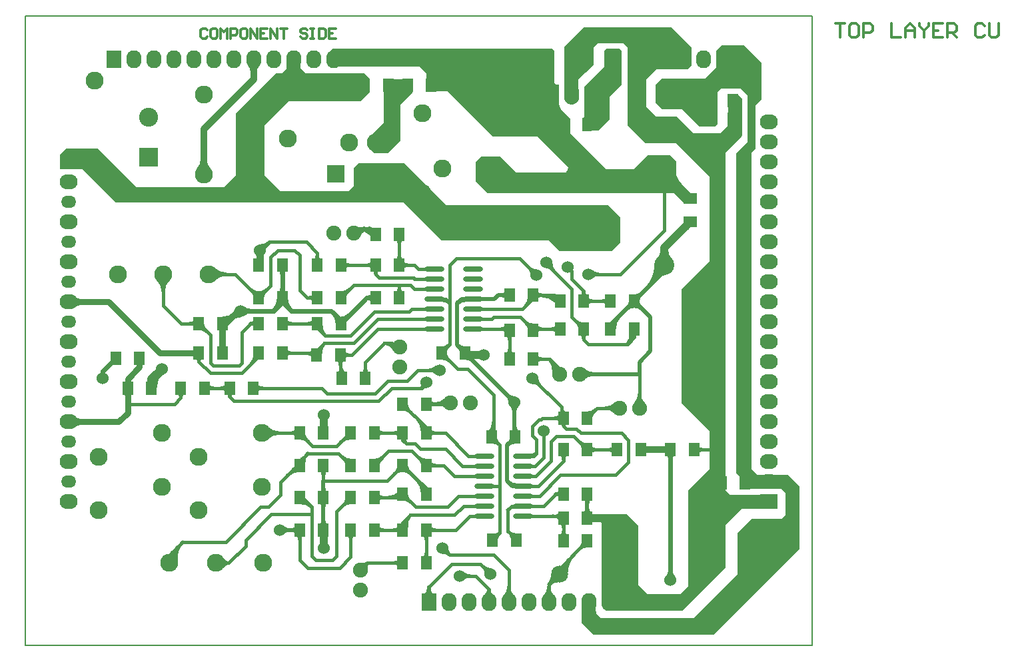
<source format=gtl>
%FSLAX25Y25*%
%MOIN*%
G70*
G01*
G75*
G04 Layer_Physical_Order=1*
G04 Layer_Color=255*
%ADD10C,0.01800*%
%ADD11C,0.04000*%
%ADD12C,0.02000*%
%ADD13C,0.02200*%
%ADD14C,0.02400*%
%ADD15C,0.03200*%
%ADD16C,0.03000*%
%ADD17R,0.05512X0.06693*%
%ADD18O,0.09843X0.02756*%
%ADD19R,0.05118X0.06693*%
%ADD20R,0.06693X0.05512*%
%ADD21C,0.00800*%
%ADD22C,0.01200*%
%ADD23C,0.09000*%
%ADD24O,0.07500X0.09000*%
%ADD25R,0.07500X0.09000*%
%ADD26O,0.09000X0.07500*%
%ADD27O,0.07500X0.06000*%
%ADD28R,0.09000X0.07500*%
%ADD29R,0.09500X0.09500*%
%ADD30C,0.09500*%
%ADD31C,0.10000*%
%ADD32R,0.09000X0.09000*%
%ADD33C,0.07500*%
%ADD34C,0.08500*%
%ADD35R,0.07500X0.10000*%
%ADD36O,0.07500X0.10000*%
%ADD37C,0.06000*%
G36*
X531500Y682500D02*
X532000Y682000D01*
X534000Y680000D01*
X563500D01*
X566000Y677500D01*
Y670500D01*
X561500Y666000D01*
X525500D01*
X513500Y654000D01*
Y629000D01*
X521500Y621000D01*
X555500D01*
X558000Y623500D01*
Y632500D01*
X560500Y635000D01*
X583500D01*
X597000Y621500D01*
X604500Y614000D01*
X685500D01*
X691500Y608000D01*
Y603000D01*
Y595500D01*
X691000Y595000D01*
X687000Y591000D01*
X661000D01*
X655500Y596500D01*
X602000D01*
X596500Y602000D01*
X583000Y615500D01*
X439000D01*
X429500Y625000D01*
X422500Y632000D01*
X415000D01*
X411000Y638000D01*
Y639500D01*
X414000Y642500D01*
X430000D01*
X442000Y630500D01*
X449500Y623000D01*
X493000D01*
X499000Y629000D01*
Y642000D01*
Y660000D01*
X519000Y680000D01*
X522000D01*
X524500Y682500D01*
Y686500D01*
X531500D01*
Y682500D01*
D02*
G37*
G36*
X724000Y696000D02*
X727000Y693000D01*
Y684000D01*
X725000Y682000D01*
X709500D01*
X704500Y677000D01*
Y674000D01*
Y663500D01*
X709500Y658500D01*
X719500D01*
X728000Y650000D01*
X741500D01*
X742500Y651000D01*
X745500Y654000D01*
Y669500D01*
X750500D01*
X752500Y667500D01*
Y649000D01*
X752038Y648538D01*
D01*
X744000Y640500D01*
Y490500D01*
Y471500D01*
X744500Y471000D01*
X746500Y469000D01*
X766000D01*
X766500Y468500D01*
Y462000D01*
X752000D01*
X749000Y459000D01*
X744000Y454000D01*
Y432500D01*
X722500Y411000D01*
X685500D01*
X682000Y414500D01*
Y415000D01*
Y455000D01*
X681500Y455500D01*
X680378D01*
X680047Y455875D01*
X680500Y459500D01*
X694500D01*
X697000Y457000D01*
X700500Y453500D01*
Y424000D01*
X705000Y419500D01*
X721500D01*
X725500Y423500D01*
Y428000D01*
Y471500D01*
X736000Y482000D01*
Y501000D01*
X733500Y503500D01*
X722000Y515000D01*
Y565500D01*
Y572000D01*
X729500Y579500D01*
X736000Y586000D01*
Y599000D01*
Y628500D01*
X719500Y645000D01*
X704000D01*
X702500Y646500D01*
X695000Y654000D01*
Y683500D01*
Y693000D01*
X693000Y695000D01*
X680000D01*
X678000Y693000D01*
Y690000D01*
Y684500D01*
X674000Y680500D01*
X670500Y677000D01*
Y669500D01*
X663500D01*
Y693500D01*
X673000Y703000D01*
X717000D01*
X724000Y696000D01*
D02*
G37*
G36*
X755000Y692500D02*
X762000Y685500D01*
Y671000D01*
Y667000D01*
X759000Y664000D01*
Y651500D01*
Y642500D01*
X757000Y640500D01*
Y482000D01*
X760000Y479000D01*
X775500D01*
X776500Y478000D01*
X781000Y473500D01*
Y466500D01*
Y442000D01*
X748500Y409500D01*
X738000Y399000D01*
X678000D01*
X675000Y402000D01*
X672000Y405000D01*
Y415000D01*
X677829Y415416D01*
X679000Y414326D01*
Y410000D01*
X681500Y407500D01*
X728000D01*
X738000Y417500D01*
X750000Y429500D01*
Y441500D01*
Y450000D01*
X751500Y451500D01*
X757000Y457000D01*
X772000D01*
X774000Y459000D01*
Y470000D01*
X772000Y472000D01*
X756000D01*
X755500Y472500D01*
X751500Y476500D01*
Y478000D01*
X749500Y480000D01*
Y615500D01*
Y640000D01*
X750500Y641000D01*
X755000Y645500D01*
Y664000D01*
Y669000D01*
X754000Y670000D01*
X752461Y671538D01*
Y671646D01*
X752353D01*
X751500Y672500D01*
X742000D01*
X741500Y672000D01*
X740000Y670500D01*
Y665500D01*
Y654500D01*
X739500Y654000D01*
X739000Y653500D01*
X731000D01*
X730000Y654500D01*
X722500Y662000D01*
X712500D01*
X711000Y663500D01*
X709000Y665500D01*
Y673000D01*
Y674500D01*
X711000Y676500D01*
X712000Y677500D01*
X734000D01*
X737500Y681000D01*
X739500Y683000D01*
Y691500D01*
X742000Y694000D01*
X753500D01*
X755000Y692500D01*
D02*
G37*
G36*
X692000Y691500D02*
Y674500D01*
X686000Y668500D01*
Y657000D01*
X681500Y652500D01*
X680500Y651500D01*
X672500D01*
Y657500D01*
X673500Y658500D01*
Y669000D01*
Y673500D01*
X681500Y681500D01*
X683500Y683500D01*
Y687500D01*
Y691500D01*
X684500Y692500D01*
X691000D01*
X692000Y691500D01*
D02*
G37*
G36*
X587500Y674000D02*
Y670500D01*
X581500Y664500D01*
Y646500D01*
X580500Y645500D01*
X575000Y640000D01*
X568500D01*
X566000Y642500D01*
Y643000D01*
X565500Y643500D01*
X565000Y644000D01*
Y645000D01*
X566000Y646000D01*
Y648500D01*
X573000Y655500D01*
Y677000D01*
X584500D01*
X587500Y674000D01*
D02*
G37*
G36*
X658500Y691500D02*
Y686500D01*
Y675500D01*
X660500Y673500D01*
Y663500D01*
X662500Y661500D01*
X666500Y657500D01*
Y650000D01*
X684500Y632000D01*
X698000D01*
X702000Y636000D01*
X705000Y639000D01*
X716500D01*
X719500Y636000D01*
Y626500D01*
X718000Y625000D01*
X724500Y618500D01*
X727500D01*
X728000Y618000D01*
Y615000D01*
X723500D01*
X722700Y615800D01*
D01*
X718500Y620000D01*
X625000D01*
X619000Y626000D01*
Y635500D01*
X621500Y638000D01*
X622000Y638500D01*
X631500D01*
X639500Y630500D01*
X665500D01*
Y633000D01*
X654500Y644000D01*
X650000Y648500D01*
X627500D01*
X617000Y659000D01*
X605000Y671000D01*
X595000D01*
X594500Y671500D01*
Y680000D01*
X593500Y681000D01*
X591000Y683500D01*
X548000D01*
X545000Y686000D01*
Y690000D01*
X545500Y690500D01*
X547500Y692500D01*
X657500D01*
X658500Y691500D01*
D02*
G37*
D10*
X522485Y452985D02*
G03*
X526070Y451500I3585J3585D01*
G01*
D02*
G03*
X522485Y450015I0J-5070D01*
G01*
X599515Y530015D02*
G03*
X595930Y531500I-3585J-3585D01*
G01*
D02*
G03*
X599515Y532985I0J5070D01*
G01*
Y530015D02*
G03*
X595930Y531500I-3585J-3585D01*
G01*
D02*
G03*
X599515Y532985I0J5070D01*
G01*
X649600Y527500D02*
G03*
X651085Y523915I5070J0D01*
G01*
X651085Y523915D02*
G03*
X647500Y525400I-3585J-3585D01*
G01*
X594377Y523404D02*
G03*
X592000Y522500I-182J-3098D01*
G01*
X592000Y522500D02*
G03*
X592520Y524799I-1562J1562D01*
G01*
X594377Y523404D02*
G03*
X592000Y522500I-182J-3098D01*
G01*
X592000Y522500D02*
G03*
X592520Y524799I-1562J1562D01*
G01*
X612485Y429985D02*
G03*
X616070Y428500I3585J3585D01*
G01*
D02*
G03*
X612485Y427015I0J-5070D01*
G01*
X624400Y429500D02*
G03*
X622915Y433085I-5070J0D01*
G01*
X622915Y433085D02*
G03*
X626500Y431600I3585J3585D01*
G01*
X676985Y580985D02*
G03*
X680570Y579500I3585J3585D01*
G01*
D02*
G03*
X676985Y578015I0J-5070D01*
G01*
X604600Y442464D02*
G03*
X606000Y439000I4782J-82D01*
G01*
X606000Y439000D02*
G03*
X602536Y440400I-3382J-3382D01*
G01*
X647400Y579000D02*
G03*
X645915Y582585I-5070J0D01*
G01*
X645915Y582585D02*
G03*
X649500Y581100I3585J3585D01*
G01*
X656600Y585500D02*
G03*
X658792Y580208I7484J0D01*
G01*
X656378Y582622D02*
G03*
X654500Y583400I-1878J-1878D01*
G01*
X511062Y593599D02*
G03*
X516100Y595600I201J6838D01*
G01*
X513878Y593378D02*
G03*
X513100Y591500I1878J-1878D01*
G01*
X512000Y585324D02*
G03*
X509745Y589816I-5601J0D01*
G01*
X512485Y590015D02*
G03*
X510594Y585451I4564J-4564D01*
G01*
Y587409D02*
G03*
X509515Y590015I-3685J0D01*
G01*
X512009Y589658D02*
G03*
X510100Y587227I1890J-3449D01*
G01*
X510100Y587227D02*
G03*
X509424Y590112I-3029J812D01*
G01*
X514546Y502546D02*
G03*
X520691Y500000I6146J6146D01*
G01*
D02*
G03*
X514546Y497454I0J-8691D01*
G01*
X665481Y436575D02*
G03*
X662550Y429500I7075J-7075D01*
G01*
X668553Y439648D02*
G03*
X664350Y429500I10148J-10148D01*
G01*
X660829Y426154D02*
G03*
X655669Y424169I-347J-6798D01*
G01*
X655669Y424169D02*
G03*
X657654Y429329I-4813J4813D01*
G01*
X467461Y440461D02*
G03*
X465638Y434913I4579J-4579D01*
G01*
X469980Y442980D02*
G03*
X467417Y435183I6435J-6435D01*
G01*
X472500Y445500D02*
G03*
X469197Y435452I8292J-8292D01*
G01*
X492398Y436677D02*
G03*
X495413Y434913I3015J1695D01*
G01*
D02*
G03*
X492398Y433149I0J-3459D01*
G01*
X465296Y576954D02*
G03*
X462750Y570809I6146J-6146D01*
G01*
D02*
G03*
X460204Y576954I-8691J0D01*
G01*
X488046Y582046D02*
G03*
X494191Y579500I6146J6146D01*
G01*
D02*
G03*
X488046Y576954I0J-8691D01*
G01*
X604485Y512985D02*
G03*
X600827Y514500I-3658J-3658D01*
G01*
X602758D02*
G03*
X605758Y515742I0J4242D01*
G01*
X598412Y514500D02*
G03*
X604485Y517015I0J8588D01*
G01*
X562231Y434255D02*
G03*
X565000Y435000I737J2777D01*
G01*
D02*
G03*
X564255Y432231I2031J-2031D01*
G01*
X688985Y510485D02*
G03*
X684120Y512500I-4865J-4865D01*
G01*
D02*
G03*
X688985Y514515I0J6881D01*
G01*
X698985D02*
G03*
X701000Y519381I-4865J4865D01*
G01*
D02*
G03*
X703015Y514515I6881J0D01*
G01*
X659967Y529685D02*
G03*
X658436Y534564I-5433J975D01*
G01*
X658195Y530003D02*
G03*
X656000Y537000I-7793J1398D01*
G01*
X580042Y542569D02*
G03*
X576284Y545000I-3759J-1691D01*
G01*
X578401Y541831D02*
G03*
X573500Y545000I-4901J-2204D01*
G01*
X563371Y602500D02*
G03*
X558966Y599588I0J-4788D01*
G01*
X566094Y602500D02*
G03*
X560622Y598883I0J-5948D01*
G01*
X715126Y632374D02*
G03*
X713500Y628447I3926J-3926D01*
G01*
X716399Y631101D02*
G03*
X713500Y624102I6999J-6999D01*
G01*
Y628447D02*
G03*
X711874Y632374I-5553J0D01*
G01*
X713500Y624102D02*
G03*
X710601Y631101I-9898J0D01*
G01*
X593654Y418120D02*
G03*
X595669Y422985I-4865J4865D01*
G01*
D02*
G03*
X597684Y418120I6881J0D01*
G01*
X623951Y418378D02*
G03*
X625669Y421831I-2609J3452D01*
G01*
D02*
G03*
X627388Y418378I4327J0D01*
G01*
X633654Y418120D02*
G03*
X635669Y422985I-4865J4865D01*
G01*
D02*
G03*
X637684Y418120I6881J0D01*
G01*
X653654D02*
G03*
X655669Y422985I-4865J4865D01*
G01*
D02*
G03*
X657685Y418120I6881J0D01*
G01*
X529782Y450188D02*
G03*
X526614Y451500I-3168J-3168D01*
G01*
D02*
G03*
X529782Y452812I0J4481D01*
G01*
X532407Y449597D02*
G03*
X531094Y446429I3168J-3168D01*
G01*
D02*
G03*
X529782Y449597I-4481J0D01*
G01*
X661782Y447903D02*
G03*
X663094Y451071I-3168J3168D01*
G01*
D02*
G03*
X664407Y447903I4481J0D01*
G01*
X674906Y443553D02*
G03*
X670729Y441824I0J-5906D01*
G01*
X672155Y443249D02*
G03*
X673050Y445409I-2160J2160D01*
G01*
X603950Y539409D02*
G03*
X604845Y537249I3055J0D01*
G01*
X606271Y535824D02*
G03*
X602094Y537554I-4176J-4176D01*
G01*
Y542447D02*
G03*
X605256Y543756I0J4471D01*
G01*
X605265Y543765D02*
G03*
X603950Y540590I3175J-3175D01*
G01*
X646302Y488965D02*
G03*
X649309Y489809I752J3100D01*
G01*
X639069Y463023D02*
G03*
X635000Y461500I-362J-5230D01*
G01*
X605975Y565025D02*
G03*
X601934Y566523I-3654J-3654D01*
G01*
X510555Y584630D02*
G03*
X512000Y588119I-3489J3489D01*
G01*
X509282Y585903D02*
G03*
X512000Y592464I-6562J6562D01*
G01*
X509282Y585903D02*
G03*
X510594Y589071I-3168J3168D01*
G01*
D02*
G03*
X511907Y585903I4481J0D01*
G01*
X582594Y481387D02*
G03*
X578418Y479657I0J-5906D01*
G01*
X579844Y481083D02*
G03*
X580738Y483243I-2160J2160D01*
G01*
X592550Y484424D02*
G03*
X591655Y486584I-3055J0D01*
G01*
X590229Y488010D02*
G03*
X594406Y486280I4176J4176D01*
G01*
X595718Y485146D02*
G03*
X598886Y483833I3168J3168D01*
G01*
D02*
G03*
X595718Y482521I0J-4481D01*
G01*
X568406Y486280D02*
G03*
X572582Y488010I0J5906D01*
G01*
X571156Y486584D02*
G03*
X570261Y484424I2160J-2160D01*
G01*
X554739D02*
G03*
X553844Y486584I-3055J0D01*
G01*
X552418Y488010D02*
G03*
X556594Y486280I4176J4176D01*
G01*
X531094Y483187D02*
G03*
X527838Y481838I0J-4605D01*
G01*
X531094Y481387D02*
G03*
X524765Y478765I0J-8951D01*
G01*
X532153Y487059D02*
G03*
X531150Y484427I2435J-2435D01*
G01*
X534994Y489900D02*
G03*
X532947Y484530I4969J-4969D01*
G01*
X544218Y481930D02*
G03*
X542906Y478762I3168J-3168D01*
G01*
D02*
G03*
X541593Y481930I-4481J0D01*
G01*
X595718Y515812D02*
G03*
X598886Y514500I3168J3168D01*
G01*
D02*
G03*
X595718Y513188I0J-4481D01*
G01*
X584450Y513909D02*
G03*
X585345Y511749I3055J0D01*
G01*
X586771Y510324D02*
G03*
X582594Y512053I-4176J-4176D01*
G01*
X569718Y501312D02*
G03*
X572886Y500000I3168J3168D01*
G01*
D02*
G03*
X569718Y498688I0J-4481D01*
G01*
X556594Y497553D02*
G03*
X551403Y495403I0J-7341D01*
G01*
X594350Y500591D02*
G03*
X592827Y504268I-5201J0D01*
G01*
X592550Y500591D02*
G03*
X589754Y507341I-9546J0D01*
G01*
X595718Y501312D02*
G03*
X598886Y500000I3168J3168D01*
G01*
D02*
G03*
X595718Y498688I0J-4481D01*
G01*
X581282D02*
G03*
X578114Y500000I-3168J-3168D01*
G01*
D02*
G03*
X581282Y501312I0J4481D01*
G01*
X582640Y499377D02*
G03*
X582904Y496096I2060J-1485D01*
G01*
X584100Y498324D02*
G03*
X584400Y494600I2338J-1686D01*
G01*
X583425Y497750D02*
G03*
X582594Y496406I672J-1344D01*
G01*
D02*
G03*
X581764Y497750I-1503J0D01*
G01*
X579459Y467667D02*
G03*
X582555Y468949I0J4378D01*
G01*
X575113Y467667D02*
G03*
X581282Y470222I0J8724D01*
G01*
X579459Y467667D02*
G03*
X582555Y468949I0J4378D01*
G01*
X575113Y467667D02*
G03*
X581282Y470222I0J8724D01*
G01*
X579459Y467667D02*
G03*
X582555Y468949I0J4378D01*
G01*
X575113Y467667D02*
G03*
X581282Y470222I0J8724D01*
G01*
X579459Y467667D02*
G03*
X582555Y468949I0J4378D01*
G01*
X575113Y467667D02*
G03*
X581282Y470222I0J8724D01*
G01*
X579459Y467667D02*
G03*
X582555Y468949I0J4378D01*
G01*
X575113Y467667D02*
G03*
X581282Y470222I0J8724D01*
G01*
X579459Y467667D02*
G03*
X582555Y468949I0J4378D01*
G01*
X575113Y467667D02*
G03*
X581282Y470222I0J8724D01*
G01*
X579459Y467667D02*
G03*
X582555Y468949I0J4378D01*
G01*
X575113Y467667D02*
G03*
X581282Y470222I0J8724D01*
G01*
X584450Y468910D02*
G03*
X585345Y466749I3055J0D01*
G01*
X586771Y465324D02*
G03*
X582594Y467054I-4176J-4176D01*
G01*
X569718Y468979D02*
G03*
X572886Y467667I3168J3168D01*
G01*
D02*
G03*
X569718Y466354I0J-4481D01*
G01*
Y468979D02*
G03*
X572886Y467667I3168J3168D01*
G01*
D02*
G03*
X569718Y466354I0J-4481D01*
G01*
Y468979D02*
G03*
X572886Y467667I3168J3168D01*
G01*
D02*
G03*
X569718Y466354I0J-4481D01*
G01*
Y468979D02*
G03*
X572886Y467667I3168J3168D01*
G01*
D02*
G03*
X569718Y466354I0J-4481D01*
G01*
Y468979D02*
G03*
X572886Y467667I3168J3168D01*
G01*
D02*
G03*
X569718Y466354I0J-4481D01*
G01*
Y468979D02*
G03*
X572886Y467667I3168J3168D01*
G01*
D02*
G03*
X569718Y466354I0J-4481D01*
G01*
Y468979D02*
G03*
X572886Y467667I3168J3168D01*
G01*
D02*
G03*
X569718Y466354I0J-4481D01*
G01*
X556594Y465220D02*
G03*
X552418Y463490I0J-5906D01*
G01*
X553844Y464916D02*
G03*
X554739Y467076I-2160J2160D01*
G01*
X534148Y465852D02*
G03*
X531097Y467020I-2833J-2833D01*
G01*
X537000Y463000D02*
G03*
X531195Y465223I-5393J-5393D01*
G01*
X581282Y433688D02*
G03*
X578114Y435000I-3168J-3168D01*
G01*
D02*
G03*
X581282Y436312I0J4481D01*
G01*
X593093Y436903D02*
G03*
X594406Y440071I-3168J3168D01*
G01*
D02*
G03*
X595718Y436903I4481J0D01*
G01*
X569718Y452812D02*
G03*
X572886Y451500I3168J3168D01*
G01*
D02*
G03*
X569718Y450188I0J-4481D01*
G01*
X557907Y449597D02*
G03*
X556594Y446429I3168J-3168D01*
G01*
D02*
G03*
X555282Y449597I-4481J0D01*
G01*
X595718Y452812D02*
G03*
X598886Y451500I3168J3168D01*
G01*
D02*
G03*
X595718Y450188I0J-4481D01*
G01*
Y449597D02*
G03*
X594406Y446429I3168J-3168D01*
G01*
D02*
G03*
X593093Y449597I-4481J0D01*
G01*
X581282Y450188D02*
G03*
X578114Y451500I-3168J-3168D01*
G01*
D02*
G03*
X581282Y452812I0J4481D01*
G01*
X584054Y456554D02*
G03*
X582649Y452100I3576J-3576D01*
G01*
X586500Y459000D02*
G03*
X584422Y452413I5289J-5289D01*
G01*
X581764Y453750D02*
G03*
X582594Y455094I-672J1344D01*
G01*
D02*
G03*
X583425Y453750I1503J0D01*
G01*
X661782Y456778D02*
G03*
X657625Y458500I-4157J-4157D01*
G01*
X659602D02*
G03*
X661782Y459403I0J3083D01*
G01*
X664407Y455597D02*
G03*
X663094Y452429I3168J-3168D01*
G01*
D02*
G03*
X661782Y455597I-4481J0D01*
G01*
X664407Y489722D02*
G03*
X663094Y486554I3168J-3168D01*
G01*
D02*
G03*
X661782Y489722I-4481J0D01*
G01*
X676218Y492937D02*
G03*
X679386Y491625I3168J3168D01*
G01*
D02*
G03*
X676218Y490313I0J-4481D01*
G01*
X673050Y492215D02*
G03*
X672155Y494376I-3055J0D01*
G01*
X670729Y495801D02*
G03*
X674906Y494071I4176J4176D01*
G01*
X627906Y448920D02*
G03*
X631000Y449905I594J3486D01*
G01*
X630345Y449251D02*
G03*
X629450Y447090I2160J-2160D01*
G01*
X637550D02*
G03*
X636655Y449251I-3055J0D01*
G01*
X635229Y450676D02*
G03*
X639406Y448947I4176J4176D01*
G01*
X661699Y468277D02*
G03*
X659000Y469500I-2698J-2365D01*
G01*
D02*
G03*
X661699Y470723I0J3588D01*
G01*
X688532Y490313D02*
G03*
X685364Y491625I-3168J-3168D01*
G01*
D02*
G03*
X688532Y492937I0J4481D01*
G01*
X729718D02*
G03*
X732886Y491625I3168J3168D01*
G01*
D02*
G03*
X729718Y490313I0J-4481D01*
G01*
X674906Y509946D02*
G03*
X679082Y511676I0J5906D01*
G01*
X677656Y510251D02*
G03*
X676761Y508090I2160J-2160D01*
G01*
X661782Y506188D02*
G03*
X658614Y507500I-3168J-3168D01*
G01*
D02*
G03*
X661782Y508812I0J4481D01*
G01*
X662000Y513000D02*
G03*
X663965Y509729I3704J0D01*
G01*
X662000Y513000D02*
G03*
X663965Y509729I3704J0D01*
G01*
X664137Y505374D02*
G03*
X663094Y503406I1337J-1968D01*
G01*
D02*
G03*
X662052Y505374I-2379J0D01*
G01*
X484718Y523812D02*
G03*
X487886Y522500I3168J3168D01*
G01*
D02*
G03*
X484718Y521188I0J-4481D01*
G01*
X472871Y520562D02*
G03*
X471594Y517595I2812J-2968D01*
G01*
D02*
G03*
X470318Y520562I-4088J0D01*
G01*
X509218Y523812D02*
G03*
X512386Y522500I3168J3168D01*
G01*
D02*
G03*
X509218Y521188I0J-4481D01*
G01*
X494782D02*
G03*
X491614Y522500I-3168J-3168D01*
G01*
D02*
G03*
X494782Y523812I0J4481D01*
G01*
X497294Y520493D02*
G03*
X496094Y517906I2191J-2587D01*
G01*
D02*
G03*
X494895Y520493I-3391J0D01*
G01*
X647906Y566553D02*
G03*
X646451Y565951I0J-2057D01*
G01*
X644028Y563527D02*
G03*
X646050Y568409I-4882J4882D01*
G01*
X649218Y570312D02*
G03*
X652386Y569000I3168J3168D01*
G01*
D02*
G03*
X649218Y567688I0J-4481D01*
G01*
X661305Y566551D02*
G03*
X655393Y569000I-5912J-5912D01*
G01*
X660032Y565278D02*
G03*
X651047Y569000I-8985J-8985D01*
G01*
X659488Y566590D02*
G03*
X658594Y568751I-3055J0D01*
G01*
X658345Y569000D02*
G03*
X660819Y568370I1767J1767D01*
G01*
X674468Y567312D02*
G03*
X677636Y566000I3168J3168D01*
G01*
D02*
G03*
X674468Y564688I0J-4481D01*
G01*
X671873Y567931D02*
G03*
X673156Y570935I-2875J3004D01*
G01*
D02*
G03*
X674439Y567931I4158J0D01*
G01*
X685282Y564688D02*
G03*
X682114Y566000I-3168J-3168D01*
G01*
D02*
G03*
X685282Y567312I0J4481D01*
G01*
X649218Y538312D02*
G03*
X652386Y537000I3168J3168D01*
G01*
D02*
G03*
X649218Y535688I0J-4481D01*
G01*
X634782Y538903D02*
G03*
X636094Y542071I-3168J3168D01*
G01*
D02*
G03*
X637407Y538903I4481J0D01*
G01*
X660032Y550688D02*
G03*
X656864Y552000I-3168J-3168D01*
G01*
D02*
G03*
X660032Y553312I0J4481D01*
G01*
X671300Y552591D02*
G03*
X670405Y554751I-3055J0D01*
G01*
X668979Y556176D02*
G03*
X673156Y554447I4176J4176D01*
G01*
X674468Y550097D02*
G03*
X673156Y546929I3168J-3168D01*
G01*
D02*
G03*
X671843Y550097I-4481J0D01*
G01*
X634782Y550778D02*
G03*
X631833Y552000I-2950J-2950D01*
G01*
X631395D02*
G03*
X634782Y553403I0J4790D01*
G01*
X637407Y549597D02*
G03*
X636094Y546429I3168J-3168D01*
G01*
D02*
G03*
X634782Y549597I-4481J0D01*
G01*
X646050Y552091D02*
G03*
X645155Y554251I-3055J0D01*
G01*
X643729Y555676D02*
G03*
X647906Y553946I4176J4176D01*
G01*
X649218Y553403D02*
G03*
X652605Y552000I3387J3387D01*
G01*
X652168D02*
G03*
X649218Y550778I0J-4171D01*
G01*
X539900Y554241D02*
G03*
X540969Y551531I3655J-125D01*
G01*
X541699Y554180D02*
G03*
X543900Y548600I7524J-256D01*
G01*
X538532Y553521D02*
G03*
X535364Y554833I-3168J-3168D01*
G01*
D02*
G03*
X538532Y556146I0J4481D01*
G01*
X523718D02*
G03*
X526886Y554833I3168J3168D01*
G01*
D02*
G03*
X523718Y553521I0J-4481D01*
G01*
X509235Y553569D02*
G03*
X506334Y554833I-2902J-2699D01*
G01*
D02*
G03*
X509235Y556097I0J3963D01*
G01*
X482450Y554243D02*
G03*
X483345Y552083I3055J0D01*
G01*
X484771Y550657D02*
G03*
X480594Y552387I-4176J-4176D01*
G01*
X479282Y553521D02*
G03*
X476114Y554833I-3168J-3168D01*
G01*
D02*
G03*
X479282Y556146I0J4481D01*
G01*
X562593Y529403D02*
G03*
X563906Y532571I-3168J3168D01*
G01*
D02*
G03*
X565218Y529403I4481J0D01*
G01*
X550782D02*
G03*
X551406Y530908I-1505J1505D01*
G01*
Y534234D02*
G03*
X553407Y529403I6832J0D01*
G01*
X550782D02*
G03*
X551406Y530908I-1505J1505D01*
G01*
Y534234D02*
G03*
X553407Y529403I6832J0D01*
G01*
X550782D02*
G03*
X551406Y530908I-1505J1505D01*
G01*
Y534234D02*
G03*
X553407Y529403I6832J0D01*
G01*
X550782D02*
G03*
X551406Y530908I-1505J1505D01*
G01*
Y534234D02*
G03*
X553407Y529403I6832J0D01*
G01*
X523718Y541312D02*
G03*
X526886Y540000I3168J3168D01*
G01*
D02*
G03*
X523718Y538688I0J-4481D01*
G01*
Y541312D02*
G03*
X526886Y540000I3168J3168D01*
G01*
D02*
G03*
X523718Y538688I0J-4481D01*
G01*
Y541312D02*
G03*
X526886Y540000I3168J3168D01*
G01*
D02*
G03*
X523718Y538688I0J-4481D01*
G01*
Y541312D02*
G03*
X526886Y540000I3168J3168D01*
G01*
D02*
G03*
X523718Y538688I0J-4481D01*
G01*
Y541312D02*
G03*
X526886Y540000I3168J3168D01*
G01*
D02*
G03*
X523718Y538688I0J-4481D01*
G01*
Y541312D02*
G03*
X526886Y540000I3168J3168D01*
G01*
D02*
G03*
X523718Y538688I0J-4481D01*
G01*
Y541312D02*
G03*
X526886Y540000I3168J3168D01*
G01*
D02*
G03*
X523718Y538688I0J-4481D01*
G01*
Y541312D02*
G03*
X526886Y540000I3168J3168D01*
G01*
D02*
G03*
X523718Y538688I0J-4481D01*
G01*
X510594Y537554D02*
G03*
X508973Y536882I0J-2293D01*
G01*
X506785Y534694D02*
G03*
X508739Y539409I-4715J4715D01*
G01*
X552718Y537097D02*
G03*
X551406Y533929I3168J-3168D01*
G01*
D02*
G03*
X550093Y537097I-4481J0D01*
G01*
X552718D02*
G03*
X551406Y533929I3168J-3168D01*
G01*
D02*
G03*
X550093Y537097I-4481J0D01*
G01*
X552718D02*
G03*
X551406Y533929I3168J-3168D01*
G01*
D02*
G03*
X550093Y537097I-4481J0D01*
G01*
X552718D02*
G03*
X551406Y533929I3168J-3168D01*
G01*
D02*
G03*
X550093Y537097I-4481J0D01*
G01*
X552718Y540312D02*
G03*
X555886Y539000I3168J3168D01*
G01*
D02*
G03*
X552718Y537688I0J-4481D01*
G01*
X543500Y545000D02*
G03*
X541448Y539681I4973J-4973D01*
G01*
X538282Y538278D02*
G03*
X534125Y540000I-4157J-4157D01*
G01*
X536102D02*
G03*
X538282Y540903I0J3083D01*
G01*
Y538278D02*
G03*
X534125Y540000I-4157J-4157D01*
G01*
X536102D02*
G03*
X538282Y540903I0J3083D01*
G01*
Y538278D02*
G03*
X534125Y540000I-4157J-4157D01*
G01*
X536102D02*
G03*
X538282Y540903I0J3083D01*
G01*
Y538278D02*
G03*
X534125Y540000I-4157J-4157D01*
G01*
X536102D02*
G03*
X538282Y540903I0J3083D01*
G01*
Y538278D02*
G03*
X534125Y540000I-4157J-4157D01*
G01*
X536102D02*
G03*
X538282Y540903I0J3083D01*
G01*
Y538278D02*
G03*
X534125Y540000I-4157J-4157D01*
G01*
X536102D02*
G03*
X538282Y540903I0J3083D01*
G01*
Y538278D02*
G03*
X534125Y540000I-4157J-4157D01*
G01*
X536102D02*
G03*
X538282Y540903I0J3083D01*
G01*
Y538278D02*
G03*
X534125Y540000I-4157J-4157D01*
G01*
X536102D02*
G03*
X538282Y540903I0J3083D01*
G01*
X579593Y569569D02*
G03*
X580906Y572738I-3168J3168D01*
G01*
D02*
G03*
X582218Y569569I4481J0D01*
G01*
X551656Y570113D02*
G03*
X555832Y571843I-0J5906D01*
G01*
X554406Y570417D02*
G03*
X553511Y568257I2160J-2160D01*
G01*
X538532Y566354D02*
G03*
X535364Y567667I-3168J-3168D01*
G01*
D02*
G03*
X538532Y568979I0J4481D01*
G01*
X510594Y570113D02*
G03*
X514771Y571843I0J5906D01*
G01*
X513345Y570417D02*
G03*
X512450Y568257I2160J-2160D01*
G01*
X508739D02*
G03*
X507844Y570417I-3055J0D01*
G01*
X506418Y571843D02*
G03*
X510594Y570113I4176J4176D01*
G01*
X508739Y568257D02*
G03*
X507844Y570417I-3055J0D01*
G01*
X506418Y571843D02*
G03*
X510594Y570113I4176J4176D01*
G01*
X567239Y600091D02*
G03*
X566344Y602251I-3055J0D01*
G01*
X566094Y602500D02*
G03*
X568569Y601870I1767J1767D01*
G01*
X569055Y600051D02*
G03*
X563142Y602500I-5912J-5912D01*
G01*
X567782Y598778D02*
G03*
X558797Y602500I-8985J-8985D01*
G01*
X582218Y597597D02*
G03*
X580906Y594429I3168J-3168D01*
G01*
D02*
G03*
X579593Y597597I-4481J0D01*
G01*
X552968Y585312D02*
G03*
X556136Y584000I3168J3168D01*
G01*
D02*
G03*
X552968Y582688I0J-4481D01*
G01*
X538532Y585903D02*
G03*
X539844Y589071I-3168J3168D01*
G01*
D02*
G03*
X541157Y585903I4481J0D01*
G01*
X582218Y585312D02*
G03*
X585386Y584000I3168J3168D01*
G01*
D02*
G03*
X582218Y582688I0J-4481D01*
G01*
X579593Y585903D02*
G03*
X580906Y589071I-3168J3168D01*
G01*
D02*
G03*
X582218Y585903I4481J0D01*
G01*
X567782Y582688D02*
G03*
X564614Y584000I-3168J-3168D01*
G01*
D02*
G03*
X567782Y585312I0J4481D01*
G01*
X570294Y581993D02*
G03*
X569094Y579406I2191J-2587D01*
G01*
D02*
G03*
X567895Y581993I-3391J0D01*
G01*
X481669Y537896D02*
G03*
X480594Y535815I1479J-2082D01*
G01*
D02*
G03*
X479520Y537896I-2554J0D01*
G01*
X697142Y546642D02*
G03*
X698352Y551394I-3393J3393D01*
G01*
X695000Y544500D02*
G03*
X696626Y550884I-4560J4560D01*
G01*
X699448Y549874D02*
G03*
X698406Y547906I1337J-1968D01*
G01*
D02*
G03*
X697363Y549874I-2379J0D01*
G01*
X529782Y498688D02*
G03*
X526614Y500000I-3168J-3168D01*
G01*
D02*
G03*
X529782Y501312I0J4481D01*
G01*
X532950Y499409D02*
G03*
X533845Y497249I3055J0D01*
G01*
X535271Y495824D02*
G03*
X531094Y497553I-4176J-4176D01*
G01*
X625782Y499903D02*
G03*
X628047Y505371I-5469J5469D01*
G01*
X628950Y497409D02*
G03*
X629845Y495249I3055J0D01*
G01*
X631000Y494095D02*
G03*
X627192Y495556I-3545J-3545D01*
G01*
X741625Y491625D02*
X742000Y492000D01*
X542906Y476000D02*
X574761D01*
X445094Y514500D02*
X468500D01*
X531094Y436406D02*
Y451500D01*
Y436406D02*
X535000Y432500D01*
X537000Y438500D02*
Y446500D01*
Y438500D02*
X539000Y436500D01*
X535000Y432500D02*
X551000D01*
X631000Y449906D02*
Y494094D01*
X630500Y473500D02*
X631000Y474000D01*
X609300Y587300D02*
X627700D01*
X628047Y497047D02*
Y518953D01*
X627094Y498000D02*
X631000Y494094D01*
X623354Y473500D02*
X630500D01*
X542906Y476000D02*
Y483833D01*
X471594Y517594D02*
Y522500D01*
X468500Y514500D02*
X471594Y517594D01*
X521500Y475500D02*
X530464Y484464D01*
X521500Y469000D02*
Y475500D01*
X515500Y463000D02*
X521500Y469000D01*
X511500Y463000D02*
X515500D01*
X494000Y445500D02*
X511500Y463000D01*
X472500Y445500D02*
X494000D01*
X465638Y438638D02*
X472500Y445500D01*
X465638Y434913D02*
Y438638D01*
X529828Y485100D02*
X531094Y483833D01*
X530464Y484464D02*
X531094Y483833D01*
X517591Y459500D02*
X537000D01*
X517491Y459400D02*
X517591Y459500D01*
X516900Y459400D02*
X517491D01*
X504000Y446500D02*
X516900Y459400D01*
X537000Y446500D02*
Y463000D01*
X504000Y443500D02*
Y446500D01*
X510594Y590094D02*
X516100Y595600D01*
X512000Y585406D02*
Y593000D01*
X511000Y591500D02*
Y592000D01*
X512000Y593000D01*
X516500Y588015D02*
X519985Y591500D01*
X516500Y573572D02*
Y588015D01*
X510594Y584000D02*
X512000Y585406D01*
X485500Y579500D02*
X498761D01*
X501761Y576500D01*
X654000Y585000D02*
X654500Y585500D01*
X658344Y569000D02*
X661344Y566000D01*
X647906Y569000D02*
X658344D01*
X667000Y577091D02*
Y581000D01*
Y577091D02*
X673156Y570936D01*
X665000Y583000D02*
X667000Y581000D01*
X673156Y566000D02*
Y570936D01*
X667000Y558156D02*
Y572000D01*
X728406Y491625D02*
X741625D01*
X577000Y545000D02*
X581000Y541000D01*
X563906Y525500D02*
Y535406D01*
X602500Y442500D02*
X606000Y439000D01*
X628000D01*
X635669Y431331D01*
X621500Y434500D02*
X626500Y429500D01*
X607000Y434500D02*
X621500D01*
X558000Y602500D02*
X566094D01*
X625669Y415354D02*
Y421831D01*
X619000Y428500D02*
X625669Y421831D01*
X611000Y428500D02*
X619000D01*
X595669Y423169D02*
X607000Y434500D01*
X595669Y415354D02*
Y423169D01*
X594406Y451500D02*
X609000D01*
X551656Y584000D02*
X569094D01*
X561500Y431500D02*
X565000Y435000D01*
X582594D01*
X671622Y500000D02*
X692000D01*
X635669Y415354D02*
Y431331D01*
X663094Y444000D02*
Y457125D01*
X661719Y458500D02*
X663094Y457125D01*
X509844Y537753D02*
Y540000D01*
X551406Y526189D02*
Y539000D01*
X521656Y540000D02*
X539844D01*
X539594D02*
X539844D01*
X539594Y539000D02*
Y541094D01*
X593000Y531500D02*
X601000D01*
X656600Y486109D02*
Y495600D01*
X568406Y467667D02*
X582594D01*
X549500Y446000D02*
Y460572D01*
X594500Y526000D02*
X595000Y525500D01*
X592000Y522500D02*
X595000Y525500D01*
X662000Y507500D02*
Y513000D01*
X501761Y576500D02*
X510594Y567667D01*
X575509Y526100D02*
X584600D01*
X577000Y522500D02*
X592000D01*
X570500Y516000D02*
X577000Y522500D01*
X584600Y526100D02*
X590000Y531500D01*
X602094Y540594D02*
X605976Y544476D01*
X602094Y540000D02*
X610094Y532000D01*
X615000D01*
X602094Y540000D02*
Y540594D01*
X594500Y525500D02*
Y526000D01*
X593000Y531500D02*
X596500D01*
X590000D02*
X593000D01*
X627700Y587300D02*
X641200D01*
X625000D02*
X627700D01*
X641200D02*
X649500Y579000D01*
X539000Y436500D02*
X547500D01*
X549500Y438500D01*
Y446000D02*
Y449000D01*
Y438500D02*
Y446000D01*
X537000Y446500D02*
Y451000D01*
X556594Y438094D02*
Y451500D01*
X551000Y432500D02*
X556594Y438094D01*
X506333Y554833D02*
X510594D01*
X502000Y550500D02*
X506333Y554833D01*
X502000Y535000D02*
Y550500D01*
X675500Y579500D02*
X691500D01*
X713500Y601500D01*
Y630406D01*
X673156Y566000D02*
X686594D01*
X641406Y558000D02*
X647906Y551500D01*
X628000Y558000D02*
X641406D01*
X501761Y576500D02*
X504261Y574000D01*
X650500Y473500D02*
X663094Y486094D01*
X563906Y535406D02*
X573500Y545000D01*
X642646Y478500D02*
X648991D01*
X656600Y486109D02*
Y491500D01*
X648991Y478500D02*
X656600Y486109D01*
X653000Y487600D02*
Y501000D01*
X648900Y483500D02*
X653000Y487600D01*
X649309Y489809D02*
Y496630D01*
X648000Y488500D02*
X649309Y489809D01*
X642646Y488500D02*
X648000D01*
X642646Y483500D02*
X648900D01*
X651000Y468500D02*
X661500Y479000D01*
X663094Y486094D02*
Y491625D01*
X659500Y498500D02*
X668031D01*
X661500Y479000D02*
X689000D01*
X642646Y473500D02*
X650500D01*
X659000Y469500D02*
X663094D01*
X653000Y463500D02*
X659000Y469500D01*
X642646Y468500D02*
X651000D01*
X689000Y479000D02*
X695500Y485500D01*
X701000Y512500D02*
Y529500D01*
X695500Y485500D02*
Y496500D01*
X692000Y500000D02*
X695500Y496500D01*
X669522Y502100D02*
X671622Y500000D01*
X668031Y498500D02*
X674906Y491625D01*
X605976Y583976D02*
X609300Y587300D01*
X605976Y565024D02*
Y583976D01*
X713500Y630406D02*
Y634000D01*
X617646Y562000D02*
X642500D01*
X627000Y557000D02*
X628000Y558000D01*
X617646Y557000D02*
X627000D01*
X489260Y434913D02*
X495413D01*
X504000Y443500D01*
X496094Y517906D02*
Y522500D01*
Y517906D02*
X498000Y516000D01*
X570500D01*
X568600Y519600D02*
X575000Y526000D01*
X544900Y519600D02*
X568600D01*
X542000Y522500D02*
X544900Y519600D01*
X575409Y526000D02*
X575509Y526100D01*
X575000Y526000D02*
X575409D01*
X651700Y506700D02*
X652500Y507500D01*
X650639Y506700D02*
X651700D01*
X647300Y503361D02*
X650639Y506700D01*
X647300Y498639D02*
Y503361D01*
Y498639D02*
X649309Y496630D01*
X656600Y495600D02*
X659500Y498500D01*
X652500Y507500D02*
X662000D01*
X663094D01*
X647500Y527500D02*
X662000Y513000D01*
X507906Y522500D02*
X542000D01*
X573500Y545000D02*
X577000D01*
X549500Y460572D02*
X556594Y467667D01*
X532333D02*
X537000Y463000D01*
X531094Y467667D02*
X532333D01*
X574761Y476000D02*
X582594Y483833D01*
X664400Y502100D02*
X669522D01*
X663094Y503406D02*
X664400Y502100D01*
X663094Y503406D02*
Y507500D01*
X516100Y595600D02*
X534400D01*
X528500Y591500D02*
X531000Y589000D01*
X519985Y591500D02*
X528500D01*
X510594Y584000D02*
Y590094D01*
X566094Y602500D02*
X569094Y599500D01*
X667000Y558156D02*
X673156Y552000D01*
X462750Y563750D02*
Y579500D01*
X604000Y567000D02*
X605976Y565024D01*
X673156Y546844D02*
X675500Y544500D01*
X584400Y494600D02*
X588730D01*
X582594Y496406D02*
X584400Y494600D01*
X582594Y496406D02*
Y500000D01*
X568406Y483833D02*
X575572Y491000D01*
X587239D01*
X591330Y492000D02*
X604000D01*
X588730Y494600D02*
X591330Y492000D01*
X587239Y491000D02*
X594406Y483833D01*
X531094Y500000D02*
X537594Y493500D01*
X549500D01*
X556000Y500000D01*
X556594D01*
X550528Y489900D02*
X556594Y483833D01*
X534994Y489900D02*
X550528D01*
X546040Y548646D02*
X556555D01*
X545994Y548600D02*
X546040Y548646D01*
X543900Y548600D02*
X545994D01*
X539844Y552656D02*
X543900Y548600D01*
X558000Y545000D02*
X570000Y557000D01*
X627094Y498000D02*
X628047Y497047D01*
X615000Y532000D02*
X628047Y518953D01*
X594406Y483833D02*
X603167D01*
X675500Y544500D02*
X695000D01*
X512000Y500000D02*
X531094D01*
X521000Y451500D02*
X531094D01*
X500600Y533600D02*
X502000Y535000D01*
X487900Y533600D02*
X500600D01*
X486500Y535000D02*
X487900Y533600D01*
X502091Y530000D02*
X509844Y537753D01*
X486409Y530000D02*
X502091D01*
X480594Y535814D02*
X486409Y530000D01*
X486500Y535000D02*
Y548928D01*
X480594Y535814D02*
Y540000D01*
Y554833D02*
X486500Y548928D01*
X471667Y554833D02*
X480594D01*
X462750Y563750D02*
X471667Y554833D01*
X627594Y446500D02*
X631000Y449906D01*
X483406Y522500D02*
X496094D01*
X510594Y567667D02*
X516500Y573572D01*
X656000Y537000D02*
X661000Y532000D01*
X534400Y595600D02*
X539844Y590156D01*
X679906Y512500D02*
X691000D01*
X674906Y507500D02*
X679906Y512500D01*
X582594Y514500D02*
X594406Y502689D01*
Y500000D02*
Y502689D01*
Y514500D02*
X606000D01*
X661000Y432094D02*
X674906Y446000D01*
X661000Y429500D02*
Y432094D01*
X655669Y424169D02*
X661000Y429500D01*
X655669Y415354D02*
Y424169D01*
X531094Y486000D02*
X534994Y489900D01*
X531094Y483833D02*
Y486000D01*
X586500Y459000D02*
X608500D01*
X582594Y455094D02*
X586500Y459000D01*
X582594Y451500D02*
Y455094D01*
X589094Y463000D02*
X605000D01*
X582594Y469500D02*
X589094Y463000D01*
X610500Y468500D02*
X623354D01*
X605000Y463000D02*
X610500Y468500D01*
X568406Y451500D02*
X582594D01*
X637000Y463500D02*
X642646D01*
X635000Y461500D02*
X637000Y463500D01*
X635000Y450906D02*
Y461500D01*
Y450906D02*
X639406Y446500D01*
X594406Y500000D02*
X604000D01*
X615500Y488500D01*
X623354D01*
X568406Y500000D02*
X582594D01*
X604000Y492000D02*
X612500Y483500D01*
X623354D01*
X608500Y478500D02*
X623354D01*
X603167Y483833D02*
X608500Y478500D01*
X616000Y458500D02*
X623354D01*
X609000Y451500D02*
X616000Y458500D01*
X613000Y463500D02*
X623354D01*
X608500Y459000D02*
X613000Y463500D01*
X594406Y435000D02*
Y451500D01*
X674906Y491625D02*
X689844D01*
X642646Y463500D02*
X653000D01*
X642646Y458500D02*
X661719D01*
X605976Y544476D02*
Y565024D01*
X598354Y567000D02*
X604000D01*
X647906Y537000D02*
X656000D01*
X661000Y529500D02*
Y532000D01*
X647906Y551500D02*
X648406Y552000D01*
X661344D01*
X673156Y546844D02*
Y552000D01*
X695000Y544500D02*
X698406Y547906D01*
Y552000D01*
X636094Y537000D02*
Y551500D01*
X635594Y552000D02*
X636094Y551500D01*
X617646Y552000D02*
X635594D01*
X642500Y562000D02*
X647906Y567406D01*
Y569000D01*
X580906Y584000D02*
Y599500D01*
Y584000D02*
X588500D01*
X590500Y582000D01*
X598354D01*
X557091Y539000D02*
X570091Y552000D01*
X539844Y584000D02*
Y590156D01*
X531000Y571500D02*
Y589000D01*
Y571500D02*
X534833Y567667D01*
X539844D01*
X569094Y579406D02*
Y584000D01*
Y579406D02*
X570900Y577600D01*
X587991D01*
X588591Y577000D01*
X598354D01*
X586500Y574000D02*
X588500Y572000D01*
X581000Y574000D02*
X586500D01*
X557989D02*
X581000D01*
X543500Y545000D02*
X547485D01*
X539594Y541094D02*
X543500Y545000D01*
X556555Y548646D02*
X568509Y560600D01*
X547485Y545000D02*
X547531Y545046D01*
X570091Y552000D02*
X598354D01*
X539844Y552656D02*
Y554833D01*
X580906Y573906D02*
X581000Y574000D01*
X580906Y567667D02*
Y573906D01*
X588500Y572000D02*
X598354D01*
X551656Y567667D02*
X557989Y574000D01*
X547531Y545046D02*
X555326D01*
Y545000D02*
Y545046D01*
X570000Y557000D02*
X598354D01*
X555326Y545000D02*
X558000D01*
X551406Y539000D02*
X557091D01*
X568509Y560600D02*
X585600D01*
X587000Y562000D01*
X598354D01*
X521656Y554833D02*
X522406D01*
X539844D01*
X654000Y585000D02*
X667000Y572000D01*
D11*
X462259Y531034D02*
G03*
X459953Y529265I983J-3667D01*
G01*
X728768Y570768D02*
G03*
X733036Y569000I4268J4268D01*
G01*
D02*
G03*
X728768Y567232I0J-6036D01*
G01*
X678237Y670737D02*
G03*
X681225Y669500I2987J2987D01*
G01*
D02*
G03*
X678237Y668263I0J-4225D01*
G01*
Y667013D02*
G03*
X677000Y664025I2987J-2987D01*
G01*
D02*
G03*
X675763Y667013I-4225J0D01*
G01*
X655594Y678368D02*
G03*
X658237Y671987I9024J0D01*
G01*
Y667013D02*
G03*
X657000Y664025I2987J-2987D01*
G01*
D02*
G03*
X655763Y667013I-4225J0D01*
G01*
X654770Y668545D02*
G03*
X656470Y663530I5931J-785D01*
G01*
X658735Y668020D02*
G03*
X662200Y657800I12086J-1600D01*
G01*
X691000Y427250D02*
G03*
X687159Y425659I0J-5432D01*
G01*
D02*
G03*
X688750Y429500I-3841J3841D01*
G01*
X689409Y431091D02*
G03*
X691000Y434932I-3841J3841D01*
G01*
D02*
G03*
X692591Y431091I5432J0D01*
G01*
X630000Y632500D02*
G03*
X631768Y628232I6036J0D01*
G01*
X631768Y628232D02*
G03*
X627500Y630000I-4268J-4268D01*
G01*
X763761Y464353D02*
G03*
X760773Y465591I-2987J-2987D01*
G01*
D02*
G03*
X763761Y466828I0J4225D01*
G01*
X767735Y476828D02*
G03*
X770723Y475591I2987J2987D01*
G01*
D02*
G03*
X767735Y474353I0J-4225D01*
G01*
X763761D02*
G03*
X760773Y475591I-2987J-2987D01*
G01*
D02*
G03*
X763761Y476828I0J4225D01*
G01*
X665379Y624379D02*
G03*
X660257Y626500I-5121J-5121D01*
G01*
D02*
G03*
X665379Y628621I0J7243D01*
G01*
X669621D02*
G03*
X674743Y626500I5121J5121D01*
G01*
D02*
G03*
X669621Y624379I0J-7243D01*
G01*
X665379Y628621D02*
G03*
X667500Y633743I-5121J5121D01*
G01*
D02*
G03*
X669621Y628621I7243J0D01*
G01*
X569193Y647874D02*
G03*
X573461Y649642I0J6036D01*
G01*
X573461Y649642D02*
G03*
X571693Y645374I4268J-4268D01*
G01*
X715968Y674523D02*
G03*
X722000Y675000I2737J3771D01*
G01*
X716500Y674000D02*
G03*
X719500Y672500I3000J2250D01*
G01*
D02*
G03*
X716500Y671000I0J-3750D01*
G01*
X716268Y674268D02*
G03*
X720536Y672500I4268J4268D01*
G01*
D02*
G03*
X716268Y670732I0J-6036D01*
G01*
X716500Y674000D02*
G03*
X719500Y672500I3000J2250D01*
G01*
D02*
G03*
X716500Y671000I0J-3750D01*
G01*
X711379Y586121D02*
G03*
X713500Y591243I-5121J5121D01*
G01*
D02*
G03*
X715621Y586121I7243J0D01*
G01*
X713557Y634998D02*
G03*
X707809Y632809I-433J-7506D01*
G01*
X713327Y631005D02*
G03*
X701500Y626500I-890J-15441D01*
G01*
X716500Y634000D02*
G03*
X721163Y622743I15920J0D01*
G01*
X744308Y685020D02*
G03*
X743071Y682033I2987J-2987D01*
G01*
D02*
G03*
X741833Y685020I-4225J0D01*
G01*
X549269Y688245D02*
G03*
X552256Y687008I2987J2987D01*
G01*
D02*
G03*
X549269Y685770I0J-4225D01*
G01*
X674234Y415030D02*
G03*
X675669Y410000I5240J-1225D01*
G01*
X677373Y414206D02*
G03*
X680000Y405000I9591J-2241D01*
G01*
X676907Y413367D02*
G03*
X675669Y410380I2987J-2987D01*
G01*
D02*
G03*
X674432Y413367I-4225J0D01*
G01*
X686907Y416592D02*
G03*
X689894Y415354I2987J2987D01*
G01*
D02*
G03*
X686907Y414117I0J-4225D01*
G01*
X684432Y417342D02*
G03*
X685669Y420329I-2987J2987D01*
G01*
D02*
G03*
X686907Y417342I4225J0D01*
G01*
X733796Y668798D02*
G03*
X736094Y667846I2299J2299D01*
G01*
X614440Y539944D02*
G03*
X616719Y539000I2279J2279D01*
G01*
X724201Y603296D02*
G03*
X725153Y605594I-2299J2299D01*
G01*
Y617406D02*
G03*
X724201Y619704I-3251J0D01*
G01*
X674404Y655683D02*
G03*
X677000Y661950I-6268J6268D01*
G01*
X659000Y654500D02*
G03*
X661900Y654184I1647J1647D01*
G01*
X662760Y653713D02*
G03*
X664862Y648638I7176J0D01*
G01*
X661642Y655287D02*
G03*
X659470Y660530I-7414J0D01*
G01*
X460894Y530894D02*
G03*
X457661Y523091I7803J-7803D01*
G01*
X742000Y434500D02*
Y475094D01*
X727000Y569000D02*
X742000D01*
Y646500D01*
Y492000D02*
Y569000D01*
Y475094D02*
Y492000D01*
X500500Y561000D02*
X501500D01*
X614906Y539000D02*
X623000D01*
X659000Y654500D02*
X667500Y646000D01*
X722854Y415354D02*
X742000Y434500D01*
X685669Y415354D02*
X722854D01*
X743000Y675000D02*
X743071Y675071D01*
X722000Y675000D02*
X753000D01*
X743071Y675071D02*
Y687008D01*
X674906Y457500D02*
X685500D01*
X691000Y452000D01*
Y429500D02*
Y452000D01*
X542906Y500000D02*
X543000Y500094D01*
Y509000D01*
X542906Y451500D02*
X543000Y451406D01*
Y442500D02*
Y451406D01*
X456906Y522500D02*
Y526906D01*
X462000Y532000D01*
X667500Y626500D02*
X701500D01*
X757000Y643646D02*
Y671000D01*
X752000Y638646D02*
X757000Y643646D01*
X752000Y503000D02*
Y638646D01*
X667500Y626500D02*
Y646000D01*
X655594Y670906D02*
Y688000D01*
X633500Y626500D02*
X667500D01*
X596906Y674000D02*
Y682594D01*
X592492Y687008D02*
X596906Y682594D01*
X548032Y687008D02*
X592492D01*
X575406Y651587D02*
Y674000D01*
X742000Y475094D02*
X742094Y475000D01*
X713500Y630406D02*
X726500Y617406D01*
X719500Y672500D02*
X722000Y675000D01*
X719500Y672500D02*
X730094D01*
X765748Y475591D02*
X773409D01*
X777000Y472000D01*
Y451500D02*
Y472000D01*
X730500Y405000D02*
X777000Y451500D01*
X680000Y405000D02*
X730500D01*
X675669Y409331D02*
X680000Y405000D01*
X675669Y409331D02*
Y415354D01*
X685669Y424169D02*
X691000Y429500D01*
X685669Y415354D02*
Y424169D01*
X753906Y475000D02*
Y501094D01*
X713500Y584000D02*
Y592594D01*
X726500Y605594D01*
X575406Y674000D02*
X585094D01*
X569193Y645374D02*
X575406Y651587D01*
X596906Y674000D02*
X608000D01*
X659000Y654500D02*
X662201D01*
X627500D02*
X659000D01*
X608000Y674000D02*
X627500Y654500D01*
X657000Y663000D02*
Y669500D01*
Y663000D02*
X662201Y657799D01*
Y654500D02*
Y657799D01*
X674799Y654500D02*
X677000Y656701D01*
Y669500D01*
X655594Y670906D02*
X657000Y669500D01*
X677000D02*
X683000D01*
X730094Y672500D02*
X736094Y666500D01*
X627500Y632500D02*
X633500Y626500D01*
X709000Y634000D02*
X713500D01*
X683000Y669500D02*
X687406Y673906D01*
Y688000D01*
X701500Y626500D02*
X709000Y634000D01*
X736094Y657000D02*
Y666500D01*
X714500Y672500D02*
X719500D01*
X753000Y675000D02*
X757000Y671000D01*
X752000Y503000D02*
X753906Y501094D01*
X742094Y467906D02*
X744409Y465591D01*
X765748D01*
X742094Y467906D02*
Y475000D01*
X754496Y475591D02*
X765748D01*
X753906Y475000D02*
X754496Y475591D01*
D12*
X636453Y515453D02*
G03*
X635039Y518867I-4828J0D01*
G01*
X635039Y518867D02*
G03*
X638453Y517453I3414J3414D01*
G01*
X639867Y514039D02*
G03*
X638453Y510624I3414J-3414D01*
G01*
D02*
G03*
X637039Y514039I-4828J0D01*
G01*
X639867D02*
G03*
X638453Y510624I3414J-3414D01*
G01*
D02*
G03*
X637039Y514039I-4828J0D01*
G01*
X672944Y531445D02*
G03*
X677639Y529500I4695J4695D01*
G01*
D02*
G03*
X672944Y527556I0J-6639D01*
G01*
X713500Y580000D02*
G03*
X711632Y579226I0J-2642D01*
G01*
X711445Y579040D02*
G03*
X713500Y584000I-4960J4960D01*
G01*
X708031Y575626D02*
G03*
X711500Y584000I-8374J8374D01*
G01*
X704617Y572211D02*
G03*
X709500Y584000I-11789J11789D01*
G01*
X541664Y453332D02*
G03*
X542906Y456330I-2998J2998D01*
G01*
D02*
G03*
X544147Y453332I4239J0D01*
G01*
X615661Y539409D02*
G03*
X616486Y537420I2813J0D01*
G01*
X617911Y535994D02*
G03*
X613906Y537653I-4006J-4006D01*
G01*
X612150Y540590D02*
G03*
X611326Y542580I-2813J0D01*
G01*
X609925Y543981D02*
G03*
X613897Y542346I3946J3946D01*
G01*
X635722Y475278D02*
G03*
X639102Y473878I3381J3381D01*
G01*
X614097Y566622D02*
G03*
X609925Y564925I-74J-5797D01*
G01*
X584350Y483243D02*
G03*
X585174Y481253I2813J0D01*
G01*
X586600Y479828D02*
G03*
X582594Y481487I-4006J-4006D01*
G01*
X544147Y482001D02*
G03*
X542906Y479004I2998J-2998D01*
G01*
D02*
G03*
X541664Y482001I-4239J0D01*
G01*
X594650Y470090D02*
G03*
X593456Y472971I-4074J0D01*
G01*
X592650Y470090D02*
G03*
X590042Y476386I-8902J0D01*
G01*
X541664Y469499D02*
G03*
X542906Y472496I-2998J2998D01*
G01*
D02*
G03*
X544147Y469499I4239J0D01*
G01*
Y465834D02*
G03*
X542906Y462837I2998J-2998D01*
G01*
D02*
G03*
X541664Y465834I-4239J0D01*
G01*
X673664Y459332D02*
G03*
X674906Y462330I-2998J2998D01*
G01*
D02*
G03*
X676147Y459332I4239J0D01*
G01*
Y467668D02*
G03*
X674906Y464670I2998J-2998D01*
G01*
D02*
G03*
X673664Y467668I-4239J0D01*
G01*
X634853Y567758D02*
G03*
X631855Y569000I-2998J-2998D01*
G01*
D02*
G03*
X634853Y570242I0J4239D01*
G01*
X698406Y568347D02*
G03*
X702411Y570006I0J5665D01*
G01*
X700985Y568580D02*
G03*
X700162Y566590I1989J-1989D01*
G01*
Y565410D02*
G03*
X700985Y563420I2813J0D01*
G01*
X702411Y561994D02*
G03*
X698406Y563654I-4006J-4006D01*
G01*
D02*
G03*
X694400Y561994I0J-5665D01*
G01*
X695826Y563420D02*
G03*
X696650Y565410I-1989J1989D01*
G01*
X690722Y558316D02*
G03*
X688350Y552591I5726J-5726D01*
G01*
X637664Y499832D02*
G03*
X638453Y501736I-1904J1904D01*
G01*
Y503923D02*
G03*
X640147Y499832I5785J0D01*
G01*
X638897Y495654D02*
G03*
X634925Y494019I-26J-5581D01*
G01*
X636326Y495420D02*
G03*
X637150Y497409I-1989J1989D01*
G01*
X638453Y497547D02*
Y515453D01*
X634924Y494019D02*
X638453Y497547D01*
X613906Y540000D02*
X614906Y539000D01*
X638453Y515453D01*
X542906Y467667D02*
Y476000D01*
X609924Y543981D02*
X613906Y540000D01*
X630500Y569000D02*
X636094D01*
X628500Y567000D02*
X630500Y569000D01*
X617646Y567000D02*
X628500D01*
X582594Y483833D02*
X594406Y472022D01*
X706500Y541000D02*
Y557906D01*
X701000Y535500D02*
X706500Y541000D01*
X701000Y529500D02*
Y535500D01*
X671000Y529500D02*
X701000D01*
X698406Y566000D02*
X706500Y557906D01*
X686594Y554189D02*
X698406Y566000D01*
X713500Y581094D01*
X612000Y567000D02*
X617646D01*
X609924Y564924D02*
X612000Y567000D01*
X609924Y543981D02*
Y564924D01*
X634924Y476076D02*
Y494019D01*
X674906Y457500D02*
Y469500D01*
X713500Y581094D02*
Y584000D01*
X542906Y451500D02*
Y467667D01*
X638453Y497547D02*
X638906Y498000D01*
X637500Y473500D02*
X642646D01*
X634924Y476076D02*
X637500Y473500D01*
X594406Y469500D02*
Y472022D01*
X686594Y552000D02*
Y554189D01*
D13*
X502844Y562344D02*
G03*
X505894Y561080I3051J3051D01*
G01*
X506280D02*
G03*
X502844Y559656I0J-4860D01*
G01*
X501008Y559165D02*
G03*
X497151Y558657I-1316J-4911D01*
G01*
X497759Y559008D02*
G03*
X499665Y561492I-2045J3542D01*
G01*
X501008Y559165D02*
G03*
X497151Y558657I-1316J-4911D01*
G01*
X497759Y559008D02*
G03*
X499665Y561492I-2045J3542D01*
G01*
X501500Y559100D02*
G03*
X496549Y557049I0J-7001D01*
G01*
X501500Y559100D02*
G03*
X496549Y557049I0J-7001D01*
G01*
X523576Y582239D02*
G03*
X522406Y579412I2827J-2827D01*
G01*
D02*
G03*
X521235Y582239I-3998J0D01*
G01*
X550000Y555424D02*
G03*
X548178Y559822I-6220J0D01*
G01*
X551656Y557080D02*
G03*
X555490Y558668I0J5423D01*
G01*
X554065Y557243D02*
G03*
X553311Y555424I1819J-1819D01*
G01*
X492406Y554880D02*
G03*
X495776Y556276I0J4766D01*
G01*
X492406Y557080D02*
G03*
X499532Y560032I0J10078D01*
G01*
X492406Y554880D02*
G03*
X495776Y556276I0J4766D01*
G01*
X492406Y557080D02*
G03*
X499532Y560032I0J10078D01*
G01*
X567923Y566496D02*
G03*
X565097Y567667I-2827J-2827D01*
G01*
D02*
G03*
X567923Y568837I0J3998D01*
G01*
X518398Y561398D02*
G03*
X520750Y567076I-5678J5678D01*
G01*
X524061D02*
G03*
X526280Y561720I7575J0D01*
G01*
X521235Y569428D02*
G03*
X522406Y572255I-2827J2827D01*
G01*
D02*
G03*
X523576Y569428I3998J0D01*
G01*
X500580Y561080D02*
X518080D01*
X500500Y561000D02*
X500580Y561080D01*
X492406Y554833D02*
X494333D01*
X500500Y561000D01*
X551656Y554833D02*
X564489Y567667D01*
X522406D02*
Y584000D01*
Y565594D02*
Y567667D01*
Y565406D02*
Y565594D01*
X526920Y561080D02*
X546920D01*
X551656Y554833D02*
Y556344D01*
X546920Y561080D02*
X551656Y556344D01*
X564489Y567667D02*
X569094D01*
X518080Y561080D02*
X522406Y565406D01*
Y565594D02*
X526920Y561080D01*
D14*
X715227Y427773D02*
G03*
X716500Y430846I-3073J3073D01*
G01*
D02*
G03*
X717773Y427773I4346J0D01*
G01*
X717695Y489934D02*
G03*
X716500Y487050I2884J-2884D01*
G01*
Y487506D02*
G03*
X715494Y489934I-3434J0D01*
G01*
X432500Y530905D02*
X439094Y537500D01*
X432500Y527500D02*
Y530905D01*
X716500Y491531D02*
X716594Y491625D01*
X716500Y428500D02*
Y491531D01*
X716000Y428000D02*
X716500Y428500D01*
D15*
X665480Y672270D02*
G03*
X667000Y675941I-3670J3670D01*
G01*
D02*
G03*
X668520Y672270I5191J0D01*
G01*
X426449Y634449D02*
G03*
X423694Y635591I-2755J-2755D01*
G01*
X419303D02*
G03*
X426449Y638551I0J10106D01*
G01*
X431400Y636500D02*
G03*
X432390Y634110I3380J0D01*
G01*
X436011Y630489D02*
G03*
X428500Y633600I-7511J-7511D01*
G01*
X712449Y650449D02*
G03*
X707499Y652500I-4951J-4951D01*
G01*
D02*
G03*
X712449Y654551I0J7001D01*
G01*
X719386Y651114D02*
G03*
X714462Y652798I-4178J-4178D01*
G01*
X724000Y646500D02*
G03*
X714866Y649623I-7751J-7751D01*
G01*
X507051Y645449D02*
G03*
X505000Y640499I4951J-4951D01*
G01*
D02*
G03*
X502949Y645449I-7001J0D01*
G01*
Y649551D02*
G03*
X505000Y654501I-4951J4951D01*
G01*
D02*
G03*
X507051Y649551I7001J0D01*
G01*
X480949Y631551D02*
G03*
X483000Y636501I-4951J4951D01*
G01*
D02*
G03*
X485051Y631551I7001J0D01*
G01*
X714086Y687490D02*
G03*
X711498Y694217I-5952J1572D01*
G01*
X714121Y687758D02*
G03*
X711908Y693100I-7555J0D01*
G01*
X710921Y687758D02*
G03*
X706445Y698562I-15280J0D01*
G01*
X711551Y685488D02*
G03*
X707880Y687008I-3670J-3670D01*
G01*
D02*
G03*
X711551Y688528I0J5191D01*
G01*
X714647Y688470D02*
G03*
X718000Y687008I3353J3112D01*
G01*
D02*
G03*
X714647Y685545I0J-4575D01*
G01*
Y688470D02*
G03*
X718000Y687008I3353J3112D01*
G01*
D02*
G03*
X714647Y685545I0J-4575D01*
G01*
X714591Y688528D02*
G03*
X718261Y687008I3670J3670D01*
G01*
D02*
G03*
X714591Y685488I0J-5191D01*
G01*
X714926Y690081D02*
G03*
X723071Y686708I8144J8144D01*
G01*
X709464Y695544D02*
G03*
X723071Y689908I13607J13607D01*
G01*
X721551Y685488D02*
G03*
X717880Y687008I-3670J-3670D01*
G01*
D02*
G03*
X721551Y688528I0J5191D01*
G01*
X721525Y685513D02*
G03*
X718000Y687008I-3525J-3409D01*
G01*
D02*
G03*
X721525Y688503I0J4904D01*
G01*
Y685513D02*
G03*
X718000Y687008I-3525J-3409D01*
G01*
D02*
G03*
X721525Y688503I0J4904D01*
G01*
X529552Y684737D02*
G03*
X528032Y681067I3670J-3670D01*
G01*
D02*
G03*
X526511Y684737I-5191J0D01*
G01*
X509552D02*
G03*
X508032Y681067I3670J-3670D01*
G01*
D02*
G03*
X506511Y684737I-5191J0D01*
G01*
X417625Y637111D02*
G03*
X421295Y635591I3670J3670D01*
G01*
D02*
G03*
X417625Y634070I0J-5191D01*
G01*
X748723Y665092D02*
G03*
X747906Y663119I1973J-1973D01*
G01*
D02*
G03*
X747088Y665092I-2791J0D01*
G01*
X668223Y688817D02*
G03*
X670196Y688000I1973J1973D01*
G01*
D02*
G03*
X668223Y687183I0J-2791D01*
G01*
X670662Y693662D02*
G03*
X668562Y688590I5072J-5072D01*
G01*
X668223Y686592D02*
G03*
X667000Y683640I2952J-2952D01*
G01*
X748723Y655592D02*
G03*
X747906Y653619I1973J-1973D01*
G01*
D02*
G03*
X747088Y655592I-2791J0D01*
G01*
Y658408D02*
G03*
X747906Y660381I-1973J1973D01*
G01*
D02*
G03*
X748723Y658408I2791J0D01*
G01*
X674777Y687183D02*
G03*
X672804Y688000I-1973J-1973D01*
G01*
D02*
G03*
X674777Y688817I0J2791D01*
G01*
X702473Y492442D02*
G03*
X704446Y491625I1973J1973D01*
G01*
D02*
G03*
X702473Y490808I0J-2791D01*
G01*
X715777D02*
G03*
X713804Y491625I-1973J-1973D01*
G01*
D02*
G03*
X715777Y492442I0J2791D01*
G01*
X493223Y553426D02*
G03*
X492406Y551452I1973J-1973D01*
G01*
D02*
G03*
X491588Y553426I-2791J0D01*
G01*
X559815Y673000D02*
G03*
X562777Y674227I0J4188D01*
G01*
X491588Y541408D02*
G03*
X492406Y543381I-1973J1973D01*
G01*
D02*
G03*
X493223Y541408I2791J0D01*
G01*
X705508Y699500D02*
X718000Y687008D01*
X415354Y635591D02*
X430909D01*
X724000Y646500D02*
X742000D01*
X743500D02*
X747906Y650906D01*
X718000Y652500D02*
X724000Y646500D01*
X747906Y650906D02*
Y657000D01*
X667000Y669500D02*
Y687594D01*
X446000Y620500D02*
X494500D01*
X701656Y491625D02*
X716594D01*
X492406Y540000D02*
Y554833D01*
X505000Y631000D02*
Y647500D01*
X528032Y676532D02*
Y687008D01*
X505000Y647500D02*
Y659000D01*
X519000Y673000D01*
X667000Y687594D02*
X667406Y688000D01*
X675594D01*
X714500Y652500D02*
X718000D01*
X747906Y657000D02*
Y666500D01*
X562594Y673000D02*
X563594Y674000D01*
X524500Y673000D02*
X528032Y676532D01*
X519000Y673000D02*
X524500D01*
X562594D01*
X705500Y652500D02*
X714500D01*
X701000Y657000D02*
X705500Y652500D01*
X701000Y657000D02*
Y680500D01*
X707508Y687008D01*
X713071D01*
X676500Y699500D02*
X705508D01*
X667406Y690406D02*
X676500Y699500D01*
X667406Y688000D02*
Y690406D01*
X713071Y687008D02*
X718000D01*
X723071D01*
X430909Y635591D02*
X446000Y620500D01*
X494500D02*
X505000Y631000D01*
X483000Y629500D02*
Y652000D01*
X508032Y677032D01*
Y687008D01*
D16*
X417695Y567182D02*
G03*
X421536Y565591I3841J3841D01*
G01*
D02*
G03*
X417695Y564000I0J-5432D01*
G01*
Y507182D02*
G03*
X421536Y505591I3841J3841D01*
G01*
D02*
G03*
X417695Y504000I0J-5432D01*
G01*
X445983Y521021D02*
G03*
X445094Y518877I2144J-2144D01*
G01*
D02*
G03*
X444206Y521021I-3032J0D01*
G01*
X445983D02*
G03*
X445094Y518877I2144J-2144D01*
G01*
D02*
G03*
X444206Y521021I-3032J0D01*
G01*
X445983D02*
G03*
X445094Y518877I2144J-2144D01*
G01*
D02*
G03*
X444206Y521021I-3032J0D01*
G01*
X479706Y539112D02*
G03*
X477562Y540000I-2144J-2144D01*
G01*
D02*
G03*
X479706Y540888I0J3032D01*
G01*
X450906Y532905D02*
Y537500D01*
X445094Y527094D02*
X450906Y532905D01*
X445094Y522500D02*
Y527094D01*
Y514500D02*
Y522500D01*
Y510094D02*
Y514500D01*
X435409Y565591D02*
X461000Y540000D01*
X415354Y565591D02*
X435409D01*
X461000Y540000D02*
X480594D01*
X415354Y505591D02*
X440591D01*
X445094Y510094D01*
D17*
X450906Y537500D02*
D03*
X439094D02*
D03*
X531094Y500000D02*
D03*
X542906D02*
D03*
X627094Y498000D02*
D03*
X638906D02*
D03*
X698406Y552000D02*
D03*
X686594D02*
D03*
X480594Y540000D02*
D03*
X492406D02*
D03*
X575406Y674000D02*
D03*
X563594D02*
D03*
X596906D02*
D03*
X585094D02*
D03*
X569094Y584000D02*
D03*
X580906D02*
D03*
X539844D02*
D03*
X551656D02*
D03*
X580906Y599500D02*
D03*
X569094D02*
D03*
X522406Y567667D02*
D03*
X510594D02*
D03*
X539844D02*
D03*
X551656D02*
D03*
X580906D02*
D03*
X569094D02*
D03*
X539594Y539000D02*
D03*
X551406D02*
D03*
X510594Y540000D02*
D03*
X522406D02*
D03*
X552094Y527500D02*
D03*
X563906D02*
D03*
X492406Y554833D02*
D03*
X480594D02*
D03*
X510594D02*
D03*
X522406D02*
D03*
X539844D02*
D03*
X551656D02*
D03*
X647906Y551500D02*
D03*
X636094D02*
D03*
X673156Y552000D02*
D03*
X661344D02*
D03*
X636094Y537000D02*
D03*
X647906D02*
D03*
X698406Y566000D02*
D03*
X686594D02*
D03*
X673156D02*
D03*
X661344D02*
D03*
X647906Y569000D02*
D03*
X636094D02*
D03*
X496094Y522500D02*
D03*
X507906D02*
D03*
X471594D02*
D03*
X483406D02*
D03*
X663094Y507500D02*
D03*
X674906D02*
D03*
X728406Y491625D02*
D03*
X716594D02*
D03*
X701656D02*
D03*
X689844D02*
D03*
X674906Y469500D02*
D03*
X663094D02*
D03*
X639406Y446500D02*
D03*
X627594D02*
D03*
X674906Y491625D02*
D03*
X663094D02*
D03*
X674906Y457500D02*
D03*
X663094D02*
D03*
X582594Y451500D02*
D03*
X594406D02*
D03*
X556594D02*
D03*
X568406D02*
D03*
X594406Y435000D02*
D03*
X582594D02*
D03*
X542906Y467667D02*
D03*
X531094D02*
D03*
X556594D02*
D03*
X568406D02*
D03*
X582594Y469500D02*
D03*
X594406D02*
D03*
X582594Y500000D02*
D03*
X594406D02*
D03*
X556594D02*
D03*
X568406D02*
D03*
X582594Y514500D02*
D03*
X594406D02*
D03*
X542906Y483833D02*
D03*
X531094D02*
D03*
X556594D02*
D03*
X568406D02*
D03*
X594406D02*
D03*
X582594D02*
D03*
X510594Y584000D02*
D03*
X522406D02*
D03*
X445094Y522500D02*
D03*
X456906D02*
D03*
X675594Y688000D02*
D03*
X687406D02*
D03*
X736094Y657000D02*
D03*
X747906D02*
D03*
X613906Y540000D02*
D03*
X602094D02*
D03*
X753906Y475000D02*
D03*
X742094D02*
D03*
X667406Y688000D02*
D03*
X655594D02*
D03*
X736094Y666500D02*
D03*
X747906D02*
D03*
X674906Y446000D02*
D03*
X663094D02*
D03*
X531094Y451500D02*
D03*
X542906D02*
D03*
D18*
X617646Y552000D02*
D03*
Y557000D02*
D03*
Y562000D02*
D03*
Y567000D02*
D03*
Y572000D02*
D03*
Y577000D02*
D03*
Y582000D02*
D03*
X598354Y552000D02*
D03*
Y557000D02*
D03*
Y562000D02*
D03*
Y567000D02*
D03*
Y572000D02*
D03*
Y577000D02*
D03*
Y582000D02*
D03*
X642646Y458500D02*
D03*
Y463500D02*
D03*
Y468500D02*
D03*
Y473500D02*
D03*
Y478500D02*
D03*
Y483500D02*
D03*
Y488500D02*
D03*
X623354Y458500D02*
D03*
Y463500D02*
D03*
Y468500D02*
D03*
Y473500D02*
D03*
Y478500D02*
D03*
Y483500D02*
D03*
Y488500D02*
D03*
D19*
X662201Y654500D02*
D03*
X674799D02*
D03*
D20*
X726500Y617406D02*
D03*
Y605594D02*
D03*
D21*
X393701Y393701D02*
Y708661D01*
X787402D01*
Y393701D02*
Y708661D01*
X393701Y393701D02*
X787402D01*
D22*
X799100Y704998D02*
X803765D01*
X801433D01*
Y698000D01*
X809597Y704998D02*
X807264D01*
X806098Y703831D01*
Y699166D01*
X807264Y698000D01*
X809597D01*
X810763Y699166D01*
Y703831D01*
X809597Y704998D01*
X813095Y698000D02*
Y704998D01*
X816594D01*
X817761Y703831D01*
Y701499D01*
X816594Y700333D01*
X813095D01*
X827091Y704998D02*
Y698000D01*
X831756D01*
X834089D02*
Y702665D01*
X836421Y704998D01*
X838754Y702665D01*
Y698000D01*
Y701499D01*
X834089D01*
X841086Y704998D02*
Y703831D01*
X843419Y701499D01*
X845752Y703831D01*
Y704998D01*
X843419Y701499D02*
Y698000D01*
X852749Y704998D02*
X848084D01*
Y698000D01*
X852749D01*
X848084Y701499D02*
X850417D01*
X855082Y698000D02*
Y704998D01*
X858581D01*
X859747Y703831D01*
Y701499D01*
X858581Y700333D01*
X855082D01*
X857415D02*
X859747Y698000D01*
X873743Y703831D02*
X872576Y704998D01*
X870244D01*
X869077Y703831D01*
Y699166D01*
X870244Y698000D01*
X872576D01*
X873743Y699166D01*
X876075Y704998D02*
Y699166D01*
X877241Y698000D01*
X879574D01*
X880740Y699166D01*
Y704998D01*
X484832Y701665D02*
X483999Y702498D01*
X482333D01*
X481500Y701665D01*
Y698333D01*
X482333Y697500D01*
X483999D01*
X484832Y698333D01*
X488998Y702498D02*
X487331D01*
X486498Y701665D01*
Y698333D01*
X487331Y697500D01*
X488998D01*
X489831Y698333D01*
Y701665D01*
X488998Y702498D01*
X491497Y697500D02*
Y702498D01*
X493163Y700832D01*
X494829Y702498D01*
Y697500D01*
X496495D02*
Y702498D01*
X498994D01*
X499827Y701665D01*
Y699999D01*
X498994Y699166D01*
X496495D01*
X503993Y702498D02*
X502327D01*
X501494Y701665D01*
Y698333D01*
X502327Y697500D01*
X503993D01*
X504826Y698333D01*
Y701665D01*
X503993Y702498D01*
X506492Y697500D02*
Y702498D01*
X509824Y697500D01*
Y702498D01*
X514822D02*
X511490D01*
Y697500D01*
X514822D01*
X511490Y699999D02*
X513156D01*
X516489Y697500D02*
Y702498D01*
X519821Y697500D01*
Y702498D01*
X521487D02*
X524819D01*
X523153D01*
Y697500D01*
X534816Y701665D02*
X533983Y702498D01*
X532317D01*
X531484Y701665D01*
Y700832D01*
X532317Y699999D01*
X533983D01*
X534816Y699166D01*
Y698333D01*
X533983Y697500D01*
X532317D01*
X531484Y698333D01*
X536482Y702498D02*
X538148D01*
X537315D01*
Y697500D01*
X536482D01*
X538148D01*
X540648Y702498D02*
Y697500D01*
X543147D01*
X543980Y698333D01*
Y701665D01*
X543147Y702498D01*
X540648D01*
X548978D02*
X545646D01*
Y697500D01*
X548978D01*
X545646Y699999D02*
X547312D01*
D23*
X480500Y488000D02*
D03*
X430500D02*
D03*
X480500Y461500D02*
D03*
X430500D02*
D03*
X483000Y629500D02*
D03*
Y669500D02*
D03*
X592500Y620000D02*
D03*
Y660000D02*
D03*
X525000Y647500D02*
D03*
X505000D02*
D03*
X714500Y652500D02*
D03*
Y672500D02*
D03*
X555807Y645374D02*
D03*
X562500Y629626D02*
D03*
X569193Y645374D02*
D03*
X575886Y629626D02*
D03*
X485500Y579500D02*
D03*
X462750D02*
D03*
X440000D02*
D03*
X512882Y434913D02*
D03*
X489260D02*
D03*
X465638D02*
D03*
X602500Y632500D02*
D03*
X627500D02*
D03*
X428500Y676500D02*
D03*
Y636500D02*
D03*
X512000Y500000D02*
D03*
X462000D02*
D03*
X512000Y473000D02*
D03*
X462000D02*
D03*
X727000Y569000D02*
D03*
D24*
X615669Y415354D02*
D03*
X685669D02*
D03*
X675669D02*
D03*
X665669D02*
D03*
X655669D02*
D03*
X645669D02*
D03*
X635669D02*
D03*
X625669D02*
D03*
X605669D02*
D03*
X448032Y687008D02*
D03*
X458032D02*
D03*
X468032D02*
D03*
X478032D02*
D03*
X488032D02*
D03*
X498032D02*
D03*
X508032D02*
D03*
X518032D02*
D03*
X528032D02*
D03*
X538032D02*
D03*
X548032D02*
D03*
X733071D02*
D03*
X723071D02*
D03*
X713071D02*
D03*
D25*
X595669Y415354D02*
D03*
X438032Y687008D02*
D03*
X743071D02*
D03*
D26*
X415354Y465591D02*
D03*
Y485591D02*
D03*
Y505591D02*
D03*
Y525591D02*
D03*
Y545591D02*
D03*
Y565591D02*
D03*
Y585591D02*
D03*
Y605591D02*
D03*
Y625591D02*
D03*
X765748Y655591D02*
D03*
Y645591D02*
D03*
Y635591D02*
D03*
Y625591D02*
D03*
Y615591D02*
D03*
Y605591D02*
D03*
Y595591D02*
D03*
Y585591D02*
D03*
Y575591D02*
D03*
Y565591D02*
D03*
Y555591D02*
D03*
Y545591D02*
D03*
Y535591D02*
D03*
Y525591D02*
D03*
Y515591D02*
D03*
Y505591D02*
D03*
Y495591D02*
D03*
Y485591D02*
D03*
Y475591D02*
D03*
D27*
X415354D02*
D03*
Y495591D02*
D03*
Y515591D02*
D03*
Y535591D02*
D03*
Y555591D02*
D03*
Y575591D02*
D03*
Y595591D02*
D03*
Y615591D02*
D03*
D28*
Y635591D02*
D03*
X765748Y465591D02*
D03*
D29*
X455500Y638000D02*
D03*
D30*
Y658000D02*
D03*
D31*
X713500Y634000D02*
D03*
Y584000D02*
D03*
X667500Y626500D02*
D03*
Y596500D02*
D03*
D32*
X549114Y629626D02*
D03*
D33*
X548000Y600000D02*
D03*
X558000D02*
D03*
X581000Y533000D02*
D03*
Y543000D02*
D03*
X671000Y529500D02*
D03*
X661000D02*
D03*
X701000Y512500D02*
D03*
X691000D02*
D03*
X561500Y421500D02*
D03*
Y431500D02*
D03*
X616500Y515000D02*
D03*
X606500D02*
D03*
D34*
X661000Y429500D02*
D03*
X691000D02*
D03*
D35*
X657000Y669500D02*
D03*
D36*
X667000D02*
D03*
X677000D02*
D03*
D37*
X432500Y527500D02*
D03*
X511000Y591500D02*
D03*
X501500Y561000D02*
D03*
X654500Y585500D02*
D03*
X649500Y579000D02*
D03*
X665000Y583000D02*
D03*
X602500Y442500D02*
D03*
X675500Y579500D02*
D03*
X626500Y429500D02*
D03*
X611000Y428500D02*
D03*
X594500Y525500D02*
D03*
X638453Y515453D02*
D03*
X623000Y539000D02*
D03*
X543000Y509000D02*
D03*
Y442500D02*
D03*
X462000Y532000D02*
D03*
X653000Y501000D02*
D03*
X647500Y527500D02*
D03*
X601000Y531500D02*
D03*
X521000Y451500D02*
D03*
X716500Y426500D02*
D03*
M02*

</source>
